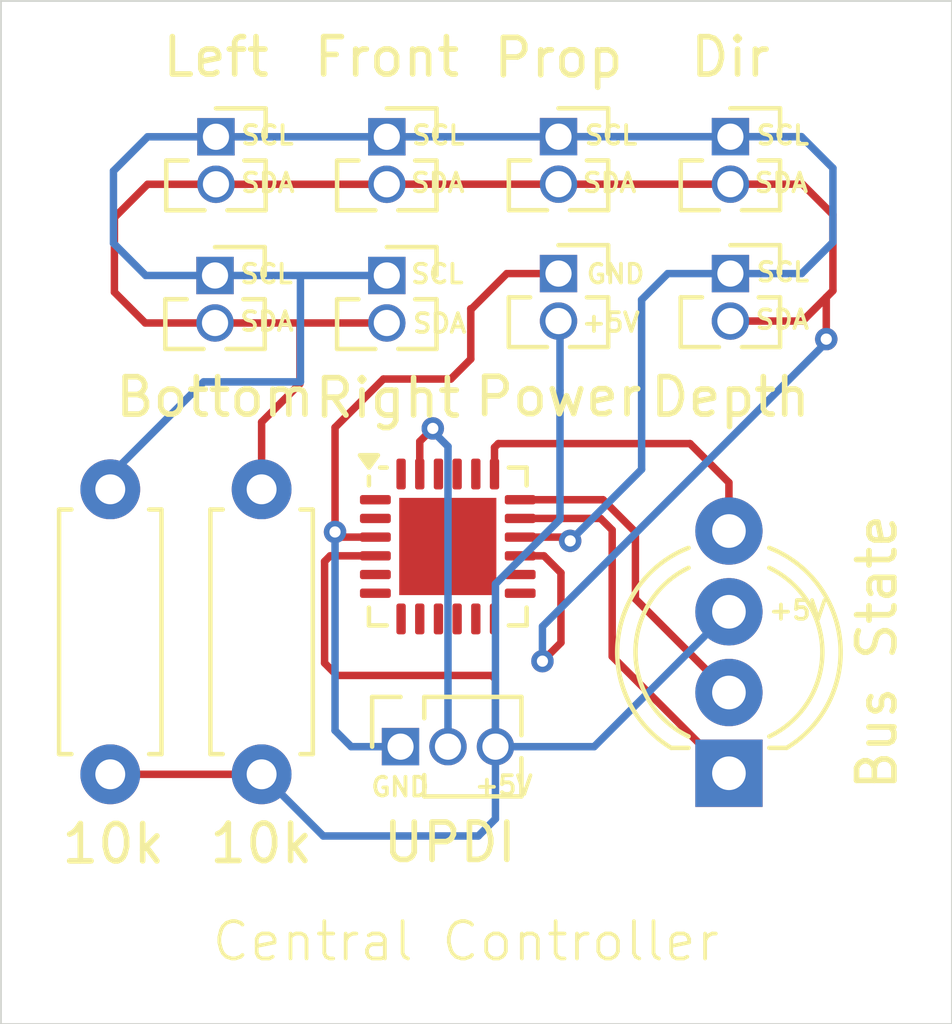
<source format=kicad_pcb>
(kicad_pcb (version 20240108) (generator "pcbnew") (generator_version "8.0")
  (layers (0 "F.Cu" signal) (31 "B.Cu" signal) (34 "B.Paste" user) (35 "F.Paste" user) (36 "B.SilkS" user "B.Silkscreen") (37 "F.SilkS" user "F.Silkscreen") (38 "B.Mask" user) (39 "F.Mask" user) (44 "Edge.Cuts" user))
  (net 0 "")
  (net 1 "Net-(D1-RK)")
  (net 4 "GND")
  (net 6 "Net-(J1-Pin_1)")
  (net 9 "Net-(D1-BK)")
  (net 10 "Net-(D1-GK)")
  (net 15 "+5V")
  (net 16 "Net-(J1-Pin_2)")
  (net 24 "Net-(J8-Pin_2)")
  (footprint "Connector_PinSocket_1.27mm:PinSocket_1x03_P1.27mm_Vertical" (layer "F.Cu") (at 219.2274 104.521 90)
    (property "Reference" "J8" (hide yes))
    (property "Value" "UPDI" (at -2.56 1.32 180) (layer "F.SilkS"))
    (fp_line (start 1.33 -0.76) (end 1.33 0) (stroke (width 0.12)) (layer "F.SilkS"))
    (fp_line (start 0 -0.76) (end 1.33 -0.76) (stroke (width 0.12)) (layer "F.SilkS"))
    (fp_line (start 1.33 0.635) (end 1.33 3.235) (stroke (width 0.12)) (layer "F.SilkS"))
    (fp_line (start 0.76 0.635) (end 1.33 0.635) (stroke (width 0.12)) (layer "F.SilkS"))
    (fp_line (start -1.33 0.635) (end -0.76 0.635) (stroke (width 0.12)) (layer "F.SilkS"))
    (fp_line (start -1.33 0.635) (end -1.33 3.235) (stroke (width 0.12)) (layer "F.SilkS"))
    (fp_line (start 0.30753 3.235) (end 1.33 3.235) (stroke (width 0.12)) (layer "F.SilkS"))
    (fp_line (start -1.33 3.235) (end -0.30753 3.235) (stroke (width 0.12)) (layer "F.SilkS"))
    (pad "1" thru_hole rect (at 0 0 90) (size 1 1) (drill 0.7) (layers "*.Cu" "*.Mask") (net 4 "GND"))
    (pad "2" thru_hole oval (at 0 1.27 90) (size 1 1) (drill 0.7) (layers "*.Cu" "*.Mask") (net 24 "Net-(J8-Pin_2)"))
    (pad "3" thru_hole oval (at 0 2.54 90) (size 1 1) (drill 0.7) (layers "*.Cu" "*.Mask") (net 15 "+5V"))
  )
  (footprint "Package_DFN_QFN:QFN-24-1EP_4x4mm_P0.5mm_EP2.6x2.6mm" (layer "F.Cu") (at 220.492 99.1687)
    (property "Reference" "U1" (hide yes))
    (property "Value" "ATtiny1627" (hide yes))
    (fp_line (start -2.11 -1.635) (end -2.11 -1.87) (stroke (width 0.12)) (layer "F.SilkS"))
    (fp_line (start -2.11 2.11) (end -2.11 1.635) (stroke (width 0.12)) (layer "F.SilkS"))
    (fp_line (start -1.635 -2.11) (end -1.81 -2.11) (stroke (width 0.12)) (layer "F.SilkS"))
    (fp_line (start -1.635 2.11) (end -2.11 2.11) (stroke (width 0.12)) (layer "F.SilkS"))
    (fp_line (start 1.635 -2.11) (end 2.11 -2.11) (stroke (width 0.12)) (layer "F.SilkS"))
    (fp_line (start 1.635 2.11) (end 2.11 2.11) (stroke (width 0.12)) (layer "F.SilkS"))
    (fp_line (start 2.11 -2.11) (end 2.11 -1.635) (stroke (width 0.12)) (layer "F.SilkS"))
    (fp_line (start 2.11 2.11) (end 2.11 1.635) (stroke (width 0.12)) (layer "F.SilkS"))
    (fp_poly (pts (xy -2.11 -2.11) (xy -2.35 -2.44) (xy -1.87 -2.44) (xy -2.11 -2.11)) (stroke (width 0.12)) (fill solid) (layer "F.SilkS"))
    (pad "1" smd roundrect (at -1.9375 -1.25) (size 0.825 0.25) (layers "F.Cu" "F.Paste" "F.Mask"))
    (pad "2" smd roundrect (at -1.9375 -0.75) (size 0.825 0.25) (layers "F.Cu" "F.Paste" "F.Mask"))
    (pad "3" smd roundrect (at -1.9375 -0.25) (size 0.825 0.25) (layers "F.Cu" "F.Paste" "F.Mask") (net 4 "GND"))
    (pad "4" smd roundrect (at -1.9375 0.25) (size 0.825 0.25) (layers "F.Cu" "F.Paste" "F.Mask") (net 15 "+5V"))
    (pad "5" smd roundrect (at -1.9375 0.75) (size 0.825 0.25) (layers "F.Cu" "F.Paste" "F.Mask"))
    (pad "6" smd roundrect (at -1.9375 1.25) (size 0.825 0.25) (layers "F.Cu" "F.Paste" "F.Mask"))
    (pad "7" smd roundrect (at -1.25 1.9375) (size 0.25 0.825) (layers "F.Cu" "F.Paste" "F.Mask"))
    (pad "8" smd roundrect (at -0.75 1.9375) (size 0.25 0.825) (layers "F.Cu" "F.Paste" "F.Mask"))
    (pad "9" smd roundrect (at -0.25 1.9375) (size 0.25 0.825) (layers "F.Cu" "F.Paste" "F.Mask"))
    (pad "10" smd roundrect (at 0.25 1.9375) (size 0.25 0.825) (layers "F.Cu" "F.Paste" "F.Mask"))
    (pad "11" smd roundrect (at 0.75 1.9375) (size 0.25 0.825) (layers "F.Cu" "F.Paste" "F.Mask"))
    (pad "12" smd roundrect (at 1.25 1.9375) (size 0.25 0.825) (layers "F.Cu" "F.Paste" "F.Mask"))
    (pad "13" smd roundrect (at 1.9375 1.25) (size 0.825 0.25) (layers "F.Cu" "F.Paste" "F.Mask"))
    (pad "14" smd roundrect (at 1.9375 0.75) (size 0.825 0.25) (layers "F.Cu" "F.Paste" "F.Mask"))
    (pad "15" smd roundrect (at 1.9375 0.25) (size 0.825 0.25) (layers "F.Cu" "F.Paste" "F.Mask") (net 16 "Net-(J1-Pin_2)"))
    (pad "16" smd roundrect (at 1.9375 -0.25) (size 0.825 0.25) (layers "F.Cu" "F.Paste" "F.Mask") (net 6 "Net-(J1-Pin_1)"))
    (pad "17" smd roundrect (at 1.9375 -0.75) (size 0.825 0.25) (layers "F.Cu" "F.Paste" "F.Mask") (net 9 "Net-(D1-BK)"))
    (pad "18" smd roundrect (at 1.9375 -1.25) (size 0.825 0.25) (layers "F.Cu" "F.Paste" "F.Mask") (net 10 "Net-(D1-GK)"))
    (pad "19" smd roundrect (at 1.25 -1.9375) (size 0.25 0.825) (layers "F.Cu" "F.Paste" "F.Mask") (net 1 "Net-(D1-RK)"))
    (pad "20" smd roundrect (at 0.75 -1.9375) (size 0.25 0.825) (layers "F.Cu" "F.Paste" "F.Mask"))
    (pad "21" smd roundrect (at 0.25 -1.9375) (size 0.25 0.825) (layers "F.Cu" "F.Paste" "F.Mask"))
    (pad "22" smd roundrect (at -0.25 -1.9375) (size 0.25 0.825) (layers "F.Cu" "F.Paste" "F.Mask"))
    (pad "23" smd roundrect (at -0.75 -1.9375) (size 0.25 0.825) (layers "F.Cu" "F.Paste" "F.Mask") (net 24 "Net-(J8-Pin_2)"))
    (pad "24" smd roundrect (at -1.25 -1.9375) (size 0.25 0.825) (layers "F.Cu" "F.Paste" "F.Mask"))
    (pad "25" smd rect (at 0 0) (size 2.6 2.6) (property pad_prop_heatsink) (layers "F.Cu" "F.Mask"))
  )
  (footprint "LED_THT:LED_D5.0mm-4_RGB_Wide_Pins" (layer "F.Cu") (at 228.0158 105.2322 90)
    (property "Reference" "D1" (hide yes))
    (property "Value" "Bus State" (at 3.2385 3.96 270) (layer "F.SilkS"))
    (fp_line (start 0.6785 -1.545) (end 0.6785 -1.08) (stroke (width 0.12)) (layer "F.SilkS"))
    (fp_line (start 0.6785 1.08) (end 0.6785 1.545) (stroke (width 0.12)) (layer "F.SilkS"))
    (fp_arc (start 0.6785 -1.54483) (mid 3.496956 -2.978809) (end 6.026315 -1.080827) (stroke (width 0.12)) (layer "F.SilkS"))
    (fp_arc (start 0.983816 -1.08) (mid 3.238262 -2.5) (end 5.492979 -1.080429) (stroke (width 0.12)) (layer "F.SilkS"))
    (fp_arc (start 5.492979 1.080429) (mid 3.238262 2.5) (end 0.983816 1.08) (stroke (width 0.12)) (layer "F.SilkS"))
    (fp_arc (start 6.026315 1.080827) (mid 3.496956 2.978808) (end 0.6785 1.54483) (stroke (width 0.12)) (layer "F.SilkS"))
    (pad "1" thru_hole rect (at 0 0 90) (size 1.8 1.8) (drill 0.9) (layers "*.Cu" "*.Mask") (net 9 "Net-(D1-BK)"))
    (pad "2" thru_hole circle (at 2.159 0 90) (size 1.8 1.8) (drill 0.9) (layers "*.Cu" "*.Mask") (net 10 "Net-(D1-GK)"))
    (pad "3" thru_hole circle (at 4.318 0 90) (size 1.8 1.8) (drill 0.9) (layers "*.Cu" "*.Mask") (net 15 "+5V"))
    (pad "4" thru_hole circle (at 6.477 0 90) (size 1.8 1.8) (drill 0.9) (layers "*.Cu" "*.Mask") (net 1 "Net-(D1-RK)"))
  )
  (footprint "Connector_PinSocket_1.27mm:PinSocket_1x02_P1.27mm_Vertical" (layer "F.Cu") (at 218.8604 88.2142)
    (property "Reference" "J1" (hide yes))
    (property "Value" "Front" (at 0 -2.1336 0) (layer "F.SilkS"))
    (fp_line (start -1.33 0.635) (end -1.33 1.965) (stroke (width 0.12)) (layer "F.SilkS"))
    (fp_line (start -1.33 0.635) (end -0.76 0.635) (stroke (width 0.12)) (layer "F.SilkS"))
    (fp_line (start -1.33 1.965) (end -0.30753 1.965) (stroke (width 0.12)) (layer "F.SilkS"))
    (fp_line (start 0 -0.76) (end 1.33 -0.76) (stroke (width 0.12)) (layer "F.SilkS"))
    (fp_line (start 0.30753 1.965) (end 1.33 1.965) (stroke (width 0.12)) (layer "F.SilkS"))
    (fp_line (start 0.76 0.635) (end 1.33 0.635) (stroke (width 0.12)) (layer "F.SilkS"))
    (fp_line (start 1.33 -0.76) (end 1.33 0) (stroke (width 0.12)) (layer "F.SilkS"))
    (fp_line (start 1.33 0.635) (end 1.33 1.965) (stroke (width 0.12)) (layer "F.SilkS"))
    (pad "1" thru_hole rect (at 0 0) (size 1 1) (drill 0.7) (layers "*.Cu" "*.Mask") (net 6 "Net-(J1-Pin_1)"))
    (pad "2" thru_hole oval (at 0 1.27) (size 1 1) (drill 0.7) (layers "*.Cu" "*.Mask") (net 16 "Net-(J1-Pin_2)"))
  )
  (footprint "Connector_PinSocket_1.27mm:PinSocket_1x02_P1.27mm_Vertical" (layer "F.Cu") (at 218.8604 91.9226)
    (property "Reference" "J3" (hide yes))
    (property "Value" "Right" (at 0.0254 3.2766 0) (layer "F.SilkS"))
    (fp_line (start -1.33 0.635) (end -1.33 1.965) (stroke (width 0.12)) (layer "F.SilkS"))
    (fp_line (start -1.33 0.635) (end -0.76 0.635) (stroke (width 0.12)) (layer "F.SilkS"))
    (fp_line (start -1.33 1.965) (end -0.30753 1.965) (stroke (width 0.12)) (layer "F.SilkS"))
    (fp_line (start 0 -0.76) (end 1.33 -0.76) (stroke (width 0.12)) (layer "F.SilkS"))
    (fp_line (start 0.30753 1.965) (end 1.33 1.965) (stroke (width 0.12)) (layer "F.SilkS"))
    (fp_line (start 0.76 0.635) (end 1.33 0.635) (stroke (width 0.12)) (layer "F.SilkS"))
    (fp_line (start 1.33 -0.76) (end 1.33 0) (stroke (width 0.12)) (layer "F.SilkS"))
    (fp_line (start 1.33 0.635) (end 1.33 1.965) (stroke (width 0.12)) (layer "F.SilkS"))
    (pad "1" thru_hole rect (at 0 0) (size 1 1) (drill 0.7) (layers "*.Cu" "*.Mask") (net 6 "Net-(J1-Pin_1)"))
    (pad "2" thru_hole oval (at 0 1.27) (size 1 1) (drill 0.7) (layers "*.Cu" "*.Mask") (net 16 "Net-(J1-Pin_2)"))
  )
  (footprint "Connector_PinSocket_1.27mm:PinSocket_1x02_P1.27mm_Vertical" (layer "F.Cu") (at 223.4552 91.8718)
    (property "Reference" "J5" (hide yes))
    (property "Value" "Power" (at 0 3.29 0) (layer "F.SilkS"))
    (fp_line (start -1.33 0.635) (end -1.33 1.965) (stroke (width 0.12)) (layer "F.SilkS"))
    (fp_line (start -1.33 0.635) (end -0.76 0.635) (stroke (width 0.12)) (layer "F.SilkS"))
    (fp_line (start -1.33 1.965) (end -0.30753 1.965) (stroke (width 0.12)) (layer "F.SilkS"))
    (fp_line (start 0 -0.76) (end 1.33 -0.76) (stroke (width 0.12)) (layer "F.SilkS"))
    (fp_line (start 0.30753 1.965) (end 1.33 1.965) (stroke (width 0.12)) (layer "F.SilkS"))
    (fp_line (start 0.76 0.635) (end 1.33 0.635) (stroke (width 0.12)) (layer "F.SilkS"))
    (fp_line (start 1.33 -0.76) (end 1.33 0) (stroke (width 0.12)) (layer "F.SilkS"))
    (fp_line (start 1.33 0.635) (end 1.33 1.965) (stroke (width 0.12)) (layer "F.SilkS"))
    (pad "1" thru_hole rect (at 0 0) (size 1 1) (drill 0.7) (layers "*.Cu" "*.Mask") (net 4 "GND"))
    (pad "2" thru_hole oval (at 0 1.27) (size 1 1) (drill 0.7) (layers "*.Cu" "*.Mask") (net 15 "+5V"))
  )
  (footprint "Connector_PinSocket_1.27mm:PinSocket_1x02_P1.27mm_Vertical" (layer "F.Cu") (at 223.4552 88.2118)
    (property "Reference" "J5" (hide yes))
    (property "Value" "Prop" (at 0 -2.11 0) (layer "F.SilkS"))
    (fp_line (start -1.33 0.635) (end -1.33 1.965) (stroke (width 0.12)) (layer "F.SilkS"))
    (fp_line (start -1.33 0.635) (end -0.76 0.635) (stroke (width 0.12)) (layer "F.SilkS"))
    (fp_line (start -1.33 1.965) (end -0.30753 1.965) (stroke (width 0.12)) (layer "F.SilkS"))
    (fp_line (start 0 -0.76) (end 1.33 -0.76) (stroke (width 0.12)) (layer "F.SilkS"))
    (fp_line (start 0.30753 1.965) (end 1.33 1.965) (stroke (width 0.12)) (layer "F.SilkS"))
    (fp_line (start 0.76 0.635) (end 1.33 0.635) (stroke (width 0.12)) (layer "F.SilkS"))
    (fp_line (start 1.33 -0.76) (end 1.33 0) (stroke (width 0.12)) (layer "F.SilkS"))
    (fp_line (start 1.33 0.635) (end 1.33 1.965) (stroke (width 0.12)) (layer "F.SilkS"))
    (pad "1" thru_hole rect (at 0 0) (size 1 1) (drill 0.7) (layers "*.Cu" "*.Mask") (net 6 "Net-(J1-Pin_1)"))
    (pad "2" thru_hole oval (at 0 1.27) (size 1 1) (drill 0.7) (layers "*.Cu" "*.Mask") (net 16 "Net-(J1-Pin_2)"))
  )
  (footprint "Connector_PinSocket_1.27mm:PinSocket_1x02_P1.27mm_Vertical" (layer "F.Cu") (at 228.0552 91.8718)
    (property "Reference" "J7" (hide yes))
    (property "Value" "Depth" (at 0 3.3 0) (layer "F.SilkS"))
    (fp_line (start -1.33 0.635) (end -1.33 1.965) (stroke (width 0.12)) (layer "F.SilkS"))
    (fp_line (start -1.33 0.635) (end -0.76 0.635) (stroke (width 0.12)) (layer "F.SilkS"))
    (fp_line (start -1.33 1.965) (end -0.30753 1.965) (stroke (width 0.12)) (layer "F.SilkS"))
    (fp_line (start 0 -0.76) (end 1.33 -0.76) (stroke (width 0.12)) (layer "F.SilkS"))
    (fp_line (start 0.30753 1.965) (end 1.33 1.965) (stroke (width 0.12)) (layer "F.SilkS"))
    (fp_line (start 0.76 0.635) (end 1.33 0.635) (stroke (width 0.12)) (layer "F.SilkS"))
    (fp_line (start 1.33 -0.76) (end 1.33 0) (stroke (width 0.12)) (layer "F.SilkS"))
    (fp_line (start 1.33 0.635) (end 1.33 1.965) (stroke (width 0.12)) (layer "F.SilkS"))
    (pad "1" thru_hole rect (at 0 0) (size 1 1) (drill 0.7) (layers "*.Cu" "*.Mask") (net 6 "Net-(J1-Pin_1)"))
    (pad "2" thru_hole oval (at 0 1.27) (size 1 1) (drill 0.7) (layers "*.Cu" "*.Mask") (net 16 "Net-(J1-Pin_2)"))
  )
  (footprint "Resistor_THT:R_Axial_DIN0207_L6.3mm_D2.5mm_P7.62mm_Horizontal" (layer "F.Cu") (at 215.51 97.64 -90)
    (property "Reference" "R2" (hide yes))
    (property "Value" "10k" (at 9.47 0.01 0) (layer "F.SilkS"))
    (fp_line (start 0.54 1.37) (end 7.08 1.37) (stroke (width 0.12)) (layer "F.SilkS"))
    (fp_line (start 7.08 1.37) (end 7.08 1.04) (stroke (width 0.12)) (layer "F.SilkS"))
    (fp_line (start 0.54 1.04) (end 0.54 1.37) (stroke (width 0.12)) (layer "F.SilkS"))
    (fp_line (start 0.54 -1.04) (end 0.54 -1.37) (stroke (width 0.12)) (layer "F.SilkS"))
    (fp_line (start 0.54 -1.37) (end 7.08 -1.37) (stroke (width 0.12)) (layer "F.SilkS"))
    (fp_line (start 7.08 -1.37) (end 7.08 -1.04) (stroke (width 0.12)) (layer "F.SilkS"))
    (pad "1" thru_hole circle (at 0 0 270) (size 1.6 1.6) (drill 0.8) (layers "*.Cu" "*.Mask") (net 16 "Net-(J1-Pin_2)"))
    (pad "2" thru_hole oval (at 7.62 0 270) (size 1.6 1.6) (drill 0.8) (layers "*.Cu" "*.Mask") (net 15 "+5V"))
  )
  (footprint "Connector_PinSocket_1.27mm:PinSocket_1x02_P1.27mm_Vertical" (layer "F.Cu") (at 214.263 91.9226)
    (property "Reference" "J4" (hide yes))
    (property "Value" "Bottom" (at 0 3.2512 0) (layer "F.SilkS"))
    (fp_line (start -1.33 0.635) (end -1.33 1.965) (stroke (width 0.12)) (layer "F.SilkS"))
    (fp_line (start -1.33 0.635) (end -0.76 0.635) (stroke (width 0.12)) (layer "F.SilkS"))
    (fp_line (start -1.33 1.965) (end -0.30753 1.965) (stroke (width 0.12)) (layer "F.SilkS"))
    (fp_line (start 0 -0.76) (end 1.33 -0.76) (stroke (width 0.12)) (layer "F.SilkS"))
    (fp_line (start 0.30753 1.965) (end 1.33 1.965) (stroke (width 0.12)) (layer "F.SilkS"))
    (fp_line (start 0.76 0.635) (end 1.33 0.635) (stroke (width 0.12)) (layer "F.SilkS"))
    (fp_line (start 1.33 -0.76) (end 1.33 0) (stroke (width 0.12)) (layer "F.SilkS"))
    (fp_line (start 1.33 0.635) (end 1.33 1.965) (stroke (width 0.12)) (layer "F.SilkS"))
    (pad "1" thru_hole rect (at 0 0) (size 1 1) (drill 0.7) (layers "*.Cu" "*.Mask") (net 6 "Net-(J1-Pin_1)"))
    (pad "2" thru_hole oval (at 0 1.27) (size 1 1) (drill 0.7) (layers "*.Cu" "*.Mask") (net 16 "Net-(J1-Pin_2)"))
  )
  (footprint "Connector_PinSocket_1.27mm:PinSocket_1x02_P1.27mm_Vertical" (layer "F.Cu") (at 214.2884 88.2142)
    (property "Reference" "J2" (hide yes))
    (property "Value" "Left" (at 0 -2.1336 0) (layer "F.SilkS"))
    (fp_line (start -1.33 0.635) (end -1.33 1.965) (stroke (width 0.12)) (layer "F.SilkS"))
    (fp_line (start -1.33 0.635) (end -0.76 0.635) (stroke (width 0.12)) (layer "F.SilkS"))
    (fp_line (start -1.33 1.965) (end -0.30753 1.965) (stroke (width 0.12)) (layer "F.SilkS"))
    (fp_line (start 0 -0.76) (end 1.33 -0.76) (stroke (width 0.12)) (layer "F.SilkS"))
    (fp_line (start 0.30753 1.965) (end 1.33 1.965) (stroke (width 0.12)) (layer "F.SilkS"))
    (fp_line (start 0.76 0.635) (end 1.33 0.635) (stroke (width 0.12)) (layer "F.SilkS"))
    (fp_line (start 1.33 -0.76) (end 1.33 0) (stroke (width 0.12)) (layer "F.SilkS"))
    (fp_line (start 1.33 0.635) (end 1.33 1.965) (stroke (width 0.12)) (layer "F.SilkS"))
    (pad "1" thru_hole rect (at 0 0) (size 1 1) (drill 0.7) (layers "*.Cu" "*.Mask") (net 6 "Net-(J1-Pin_1)"))
    (pad "2" thru_hole oval (at 0 1.27) (size 1 1) (drill 0.7) (layers "*.Cu" "*.Mask") (net 16 "Net-(J1-Pin_2)"))
  )
  (footprint "Connector_PinSocket_1.27mm:PinSocket_1x02_P1.27mm_Vertical" (layer "F.Cu") (at 228.0552 88.2118)
    (property "Reference" "J6" (hide yes))
    (property "Value" "Dir" (at 0 -2.13 0) (layer "F.SilkS"))
    (fp_line (start -1.33 0.635) (end -1.33 1.965) (stroke (width 0.12)) (layer "F.SilkS"))
    (fp_line (start -1.33 0.635) (end -0.76 0.635) (stroke (width 0.12)) (layer "F.SilkS"))
    (fp_line (start -1.33 1.965) (end -0.30753 1.965) (stroke (width 0.12)) (layer "F.SilkS"))
    (fp_line (start 0 -0.76) (end 1.33 -0.76) (stroke (width 0.12)) (layer "F.SilkS"))
    (fp_line (start 0.30753 1.965) (end 1.33 1.965) (stroke (width 0.12)) (layer "F.SilkS"))
    (fp_line (start 0.76 0.635) (end 1.33 0.635) (stroke (width 0.12)) (layer "F.SilkS"))
    (fp_line (start 1.33 -0.76) (end 1.33 0) (stroke (width 0.12)) (layer "F.SilkS"))
    (fp_line (start 1.33 0.635) (end 1.33 1.965) (stroke (width 0.12)) (layer "F.SilkS"))
    (pad "1" thru_hole rect (at 0 0) (size 1 1) (drill 0.7) (layers "*.Cu" "*.Mask") (net 6 "Net-(J1-Pin_1)"))
    (pad "2" thru_hole oval (at 0 1.27) (size 1 1) (drill 0.7) (layers "*.Cu" "*.Mask") (net 16 "Net-(J1-Pin_2)"))
  )
  (footprint "Resistor_THT:R_Axial_DIN0207_L6.3mm_D2.5mm_P7.62mm_Horizontal" (layer "F.Cu") (at 211.46 97.64 -90)
    (property "Reference" "R1" (hide yes))
    (property "Value" "10k" (at 9.48 -0.08 0) (layer "F.SilkS"))
    (fp_line (start 0.54 1.37) (end 7.08 1.37) (stroke (width 0.12)) (layer "F.SilkS"))
    (fp_line (start 7.08 1.37) (end 7.08 1.04) (stroke (width 0.12)) (layer "F.SilkS"))
    (fp_line (start 0.54 1.04) (end 0.54 1.37) (stroke (width 0.12)) (layer "F.SilkS"))
    (fp_line (start 0.54 -1.04) (end 0.54 -1.37) (stroke (width 0.12)) (layer "F.SilkS"))
    (fp_line (start 0.54 -1.37) (end 7.08 -1.37) (stroke (width 0.12)) (layer "F.SilkS"))
    (fp_line (start 7.08 -1.37) (end 7.08 -1.04) (stroke (width 0.12)) (layer "F.SilkS"))
    (pad "1" thru_hole circle (at 0 0 270) (size 1.6 1.6) (drill 0.8) (layers "*.Cu" "*.Mask") (net 6 "Net-(J1-Pin_1)"))
    (pad "2" thru_hole oval (at 7.62 0 270) (size 1.6 1.6) (drill 0.8) (layers "*.Cu" "*.Mask") (net 15 "+5V"))
  )
  (gr_rect (start 208.534 84.582) (end 233.9848 111.9378) (stroke (width 0.05)) (fill none) (layer "Edge.Cuts"))
  (gr_text "+5V" (at 221.1624 105.851 0) (layer "F.SilkS") (effects (font (size 0.5 0.5) (thickness 0.1)) (justify left bottom)))
  (gr_text "SCL" (at 214.9094 88.4682 0) (layer "F.SilkS") (effects (font (size 0.5 0.5) (thickness 0.1)) (justify left bottom)))
  (gr_text "SDA" (at 228.6762 93.3958 0) (layer "F.SilkS") (effects (font (size 0.5 0.5) (thickness 0.1)) (justify left bottom)))
  (gr_text "SDA" (at 214.884 93.4466 0) (layer "F.SilkS") (effects (font (size 0.5 0.5) (thickness 0.1)) (justify left bottom)))
  (gr_text "SDA" (at 224.0534 89.7382 0) (layer "F.SilkS") (effects (font (size 0.5 0.5) (thickness 0.1)) (justify left bottom)))
  (gr_text "GND" (at 224.155 92.1766 0) (layer "F.SilkS") (effects (font (size 0.5 0.5) (thickness 0.1)) (justify left bottom)))
  (gr_text "SDA" (at 219.456 89.7382 0) (layer "F.SilkS") (effects (font (size 0.5 0.5) (thickness 0.1)) (justify left bottom)))
  (gr_text "SCL" (at 219.4814 88.4682 0) (layer "F.SilkS") (effects (font (size 0.5 0.5) (thickness 0.1)) (justify left bottom)))
  (gr_text "SDA" (at 214.9094 89.7382 0) (layer "F.SilkS") (effects (font (size 0.5 0.5) (thickness 0.1)) (justify left bottom)))
  (gr_text "SCL" (at 214.884 92.1766 0) (layer "F.SilkS") (effects (font (size 0.5 0.5) (thickness 0.1)) (justify left bottom)))
  (gr_text "SCL" (at 228.7016 92.1258 0) (layer "F.SilkS") (effects (font (size 0.5 0.5) (thickness 0.1)) (justify left bottom)))
  (gr_text "SDA" (at 228.6508 89.7382 0) (layer "F.SilkS") (effects (font (size 0.5 0.5) (thickness 0.1)) (justify left bottom)))
  (gr_text "SCL" (at 228.7016 88.4682 0) (layer "F.SilkS") (effects (font (size 0.5 0.5) (thickness 0.1)) (justify left bottom)))
  (gr_text "Central Controller" (at 214.122 110.3122 0) (layer "F.SilkS") (effects (font (size 1 1) (thickness 0.1)) (justify left bottom)))
  (gr_text "+5V" (at 229.0318 101.1682 0) (layer "F.SilkS") (effects (font (size 0.5 0.5) (thickness 0.1)) (justify left bottom)))
  (gr_text "+5V" (at 224.028 93.472 0) (layer "F.SilkS") (effects (font (size 0.5 0.5) (thickness 0.1)) (justify left bottom)))
  (gr_text "SCL" (at 219.456 92.1766 0) (layer "F.SilkS") (effects (font (size 0.5 0.5) (thickness 0.1)) (justify left bottom)))
  (gr_text "SDA" (at 219.5068 93.4974 0) (layer "F.SilkS") (effects (font (size 0.5 0.5) (thickness 0.1)) (justify left bottom)))
  (gr_text "GND" (at 218.3892 105.8926 0) (layer "F.SilkS") (effects (font (size 0.5 0.5) (thickness 0.1)) (justify left bottom)))
  (gr_text "SCL" (at 224.1042 88.4682 0) (layer "F.SilkS") (effects (font (size 0.5 0.5) (thickness 0.1)) (justify left bottom)))
  (segment (start 221.742 96.52) (end 221.742 97.2312) (width 0.2) (layer "F.Cu") (net 1))
  (segment (start 226.9744 96.4184) (end 221.8436 96.4184) (width 0.2) (layer "F.Cu") (net 1))
  (segment (start 228.0158 98.7552) (end 228.0158 97.4598) (width 0.2) (layer "F.Cu") (net 1))
  (segment (start 221.8436 96.4184) (end 221.742 96.52) (width 0.2) (layer "F.Cu") (net 1))
  (segment (start 228.0158 97.4598) (end 226.9744 96.4184) (width 0.2) (layer "F.Cu") (net 1))
  (segment (start 217.4748 98.7806) (end 217.4748 95.9866) (width 0.2) (layer "F.Cu") (net 4))
  (segment (start 217.6129 98.9187) (end 218.5545 98.9187) (width 0.2) (layer "F.Cu") (net 4))
  (segment (start 221.107 92.8116) (end 221.1324 92.8116) (width 0.2) (layer "F.Cu") (net 4))
  (segment (start 217.4748 95.9866) (end 218.7702 94.6912) (width 0.2) (layer "F.Cu") (net 4))
  (segment (start 218.7702 94.6912) (end 220.5736 94.6912) (width 0.2) (layer "F.Cu") (net 4))
  (segment (start 222.0722 91.8718) (end 223.4552 91.8718) (width 0.2) (layer "F.Cu") (net 4))
  (segment (start 221.1324 92.8116) (end 222.0722 91.8718) (width 0.2) (layer "F.Cu") (net 4))
  (segment (start 217.4748 98.7806) (end 217.6129 98.9187) (width 0.2) (layer "F.Cu") (net 4))
  (segment (start 220.5736 94.6912) (end 221.107 94.1578) (width 0.2) (layer "F.Cu") (net 4))
  (segment (start 221.107 94.1578) (end 221.107 92.8116) (width 0.2) (layer "F.Cu") (net 4))
  (via (at 217.4748 98.7806) (size 0.6) (drill 0.3) (layers "F.Cu" "B.Cu") (net 4))
  (segment (start 217.4748 104.0892) (end 217.4748 98.7806) (width 0.2) (layer "B.Cu") (net 4))
  (segment (start 217.9066 104.521) (end 217.4748 104.0892) (width 0.2) (layer "B.Cu") (net 4))
  (segment (start 219.2274 104.521) (end 217.9066 104.521) (width 0.2) (layer "B.Cu") (net 4))
  (segment (start 223.767307 99.0187) (end 223.667307 98.9187) (width 0.2) (layer "F.Cu") (net 6))
  (segment (start 223.667307 98.9187) (end 222.4295 98.9187) (width 0.2) (layer "F.Cu") (net 6))
  (via (at 223.767307 99.0187) (size 0.6) (drill 0.3) (layers "F.Cu" "B.Cu") (net 6))
  (segment (start 223.4552 88.2118) (end 223.2824 88.2118) (width 0.2) (layer "B.Cu") (net 6))
  (segment (start 230.7984 91.0336) (end 230.7984 89.0524) (width 0.2) (layer "B.Cu") (net 6))
  (segment (start 218.8604 88.2142) (end 214.2884 88.2142) (width 0.2) (layer "B.Cu") (net 6))
  (segment (start 230.7984 89.0524) (end 229.9578 88.2118) (width 0.2) (layer "B.Cu") (net 6))
  (segment (start 212.4596 88.2142) (end 211.5452 89.1286) (width 0.2) (layer "B.Cu") (net 6))
  (segment (start 229.9602 91.8718) (end 228.0552 91.8718) (width 0.2) (layer "B.Cu") (net 6))
  (segment (start 214.2884 88.2142) (end 212.4596 88.2142) (width 0.2) (layer "B.Cu") (net 6))
  (segment (start 213.9582 94.7674) (end 216.549 94.7674) (width 0.2) (layer "B.Cu") (net 6))
  (segment (start 211.46 97.2656) (end 213.9582 94.7674) (width 0.2) (layer "B.Cu") (net 6))
  (segment (start 216.549 91.9226) (end 218.8604 91.9226) (width 0.2) (layer "B.Cu") (net 6))
  (segment (start 216.549 94.7674) (end 216.549 91.9226) (width 0.2) (layer "B.Cu") (net 6))
  (segment (start 211.46 97.64) (end 211.46 97.2656) (width 0.2) (layer "B.Cu") (net 6))
  (segment (start 228.0552 88.2118) (end 223.4552 88.2118) (width 0.2) (layer "B.Cu") (net 6))
  (segment (start 229.9602 91.8718) (end 230.7984 91.0336) (width 0.2) (layer "B.Cu") (net 6))
  (segment (start 225.679 97.107007) (end 225.679 92.5716) (width 0.2) (layer "B.Cu") (net 6))
  (segment (start 226.3788 91.8718) (end 228.0552 91.8718) (width 0.2) (layer "B.Cu") (net 6))
  (segment (start 223.28 88.2142) (end 218.8604 88.2142) (width 0.2) (layer "B.Cu") (net 6))
  (segment (start 211.5452 89.1286) (end 211.5452 91.059) (width 0.2) (layer "B.Cu") (net 6))
  (segment (start 225.679 92.5716) (end 226.3788 91.8718) (width 0.2) (layer "B.Cu") (net 6))
  (segment (start 223.767307 99.0187) (end 225.679 97.107007) (width 0.2) (layer "B.Cu") (net 6))
  (segment (start 211.5452 91.059) (end 212.4088 91.9226) (width 0.2) (layer "B.Cu") (net 6))
  (segment (start 229.9578 88.2118) (end 228.0552 88.2118) (width 0.2) (layer "B.Cu") (net 6))
  (segment (start 214.263 91.9226) (end 216.549 91.9226) (width 0.2) (layer "B.Cu") (net 6))
  (segment (start 223.2824 88.2118) (end 223.28 88.2142) (width 0.2) (layer "B.Cu") (net 6))
  (segment (start 212.4088 91.9226) (end 214.263 91.9226) (width 0.2) (layer "B.Cu") (net 6))
  (segment (start 224.8916 98.729172) (end 224.581128 98.4187) (width 0.2) (layer "F.Cu") (net 9))
  (segment (start 228.0158 105.2322) (end 224.8916 102.108) (width 0.2) (layer "F.Cu") (net 9))
  (segment (start 224.581128 98.4187) (end 222.4295 98.4187) (width 0.2) (layer "F.Cu") (net 9))
  (segment (start 224.8916 102.108) (end 224.8916 98.729172) (width 0.2) (layer "F.Cu") (net 9))
  (segment (start 225.513314 98.7852) (end 224.646814 97.9187) (width 0.2) (layer "F.Cu") (net 10))
  (segment (start 224.646814 97.9187) (end 222.4295 97.9187) (width 0.2) (layer "F.Cu") (net 10))
  (segment (start 228.0158 103.0732) (end 225.513314 100.570714) (width 0.2) (layer "F.Cu") (net 10))
  (segment (start 225.513314 100.570714) (end 225.513314 98.7852) (width 0.2) (layer "F.Cu") (net 10))
  (segment (start 221.6658 102.616) (end 217.5256 102.616) (width 0.2) (layer "F.Cu") (net 15))
  (segment (start 217.5256 102.616) (end 217.1954 102.2858) (width 0.2) (layer "F.Cu") (net 15))
  (segment (start 221.7674 104.521) (end 221.7674 102.7176) (width 0.2) (layer "F.Cu") (net 15))
  (segment (start 217.3447 99.4187) (end 218.5545 99.4187) (width 0.2) (layer "F.Cu") (net 15))
  (segment (start 221.7674 102.7176) (end 221.6658 102.616) (width 0.2) (layer "F.Cu") (net 15))
  (segment (start 211.46 105.26) (end 215.51 105.26) (width 0.2) (layer "F.Cu") (net 15))
  (segment (start 217.1954 99.568) (end 217.3447 99.4187) (width 0.2) (layer "F.Cu") (net 15))
  (segment (start 217.1954 102.2858) (end 217.1954 99.568) (width 0.2) (layer "F.Cu") (net 15))
  (segment (start 217.1586 106.9086) (end 221.3102 106.9086) (width 0.2) (layer "B.Cu") (net 15))
  (segment (start 221.7674 106.4514) (end 221.7674 104.521) (width 0.2) (layer "B.Cu") (net 15))
  (segment (start 224.409 104.521) (end 228.0158 100.9142) (width 0.2) (layer "B.Cu") (net 15))
  (segment (start 215.51 105.26) (end 217.1586 106.9086) (width 0.2) (layer "B.Cu") (net 15))
  (segment (start 221.7674 104.521) (end 224.409 104.521) (width 0.2) (layer "B.Cu") (net 15))
  (segment (start 223.4946 94.996) (end 223.4946 93.1812) (width 0.2) (layer "B.Cu") (net 15))
  (segment (start 223.4946 94.996) (end 223.4946 98.442878) (width 0.2) (layer "B.Cu") (net 15))
  (segment (start 221.7674 100.170078) (end 221.7674 104.521) (width 0.2) (layer "B.Cu") (net 15))
  (segment (start 221.3102 106.9086) (end 221.7674 106.4514) (width 0.2) (layer "B.Cu") (net 15))
  (segment (start 223.4946 98.442878) (end 221.7674 100.170078) (width 0.2) (layer "B.Cu") (net 15))
  (segment (start 223.4946 93.1812) (end 223.4552 93.1418) (width 0.2) (layer "B.Cu") (net 15))
  (segment (start 223.0659 99.4187) (end 223.52 99.8728) (width 0.2) (layer "F.Cu") (net 16))
  (segment (start 228.0552 89.4818) (end 223.4552 89.4818) (width 0.2) (layer "F.Cu") (net 16))
  (segment (start 230.7984 90.297) (end 229.9832 89.4818) (width 0.2) (layer "F.Cu") (net 16))
  (segment (start 230.6206 93.6244) (end 230.6206 92.5068) (width 0.2) (layer "F.Cu") (net 16))
  (segment (start 223.52 101.7402) (end 223.0252 102.235) (width 0.2) (layer "F.Cu") (net 16))
  (segment (start 223.52 99.8728) (end 223.52 101.7402) (width 0.2) (layer "F.Cu") (net 16))
  (segment (start 230.7857 92.3417) (end 230.6206 92.5068) (width 0.2) (layer "F.Cu") (net 16))
  (segment (start 230.7984 92.329) (end 230.7984 90.297) (width 0.2) (layer "F.Cu") (net 16))
  (segment (start 218.8604 89.4842) (end 214.2884 89.4842) (width 0.2) (layer "F.Cu") (net 16))
  (segment (start 211.5706 92.3671) (end 212.3961 93.1926) (width 0.2) (layer "F.Cu") (net 16))
  (segment (start 230.6206 92.5068) (end 229.9856 93.1418) (width 0.2) (layer "F.Cu") (net 16))
  (segment (start 212.3961 93.1926) (end 214.263 93.1926) (width 0.2) (layer "F.Cu") (net 16))
  (segment (start 215.51 95.8432) (end 216.535 94.8182) (width 0.2) (layer "F.Cu") (net 16))
  (segment (start 216.535 93.232) (end 216.5744 93.1926) (width 0.2) (layer "F.Cu") (net 16))
  (segment (start 222.4295 99.4187) (end 223.0659 99.4187) (width 0.2) (layer "F.Cu") (net 16))
  (segment (start 218.8628 89.4818) (end 218.8604 89.4842) (width 0.2) (layer "F.Cu") (net 16))
  (segment (start 211.5706 90.3732) (end 211.5706 92.3671) (width 0.2) (layer "F.Cu") (net 16))
  (segment (start 229.9832 89.4818) (end 228.0552 89.4818) (width 0.2) (layer "F.Cu") (net 16))
  (segment (start 223.4552 89.4818) (end 218.8628 89.4818) (width 0.2) (layer "F.Cu") (net 16))
  (segment (start 216.5744 93.1926) (end 218.8604 93.1926) (width 0.2) (layer "F.Cu") (net 16))
  (segment (start 212.4596 89.4842) (end 211.5706 90.3732) (width 0.2) (layer "F.Cu") (net 16))
  (segment (start 215.51 97.64) (end 215.51 95.8432) (width 0.2) (layer "F.Cu") (net 16))
  (segment (start 216.535 94.8182) (end 216.535 93.232) (width 0.2) (layer "F.Cu") (net 16))
  (segment (start 214.2884 89.4842) (end 212.4596 89.4842) (width 0.2) (layer "F.Cu") (net 16))
  (segment (start 229.9856 93.1418) (end 228.0552 93.1418) (width 0.2) (layer "F.Cu") (net 16))
  (segment (start 214.263 93.1926) (end 216.5744 93.1926) (width 0.2) (layer "F.Cu") (net 16))
  (segment (start 229.9856 93.1418) (end 230.7984 92.329) (width 0.2) (layer "F.Cu") (net 16))
  (via (at 230.6206 93.6244) (size 0.6) (drill 0.3) (layers "F.Cu" "B.Cu") (net 16))
  (via (at 223.0252 102.235) (size 0.6) (drill 0.3) (layers "F.Cu" "B.Cu") (net 16))
  (segment (start 230.6206 93.6244) (end 230.6206 93.712) (width 0.2) (layer "B.Cu") (net 16))
  (segment (start 223.0252 101.3074) (end 223.0252 102.235) (width 0.2) (layer "B.Cu") (net 16))
  (segment (start 230.6206 93.712) (end 223.0252 101.3074) (width 0.2) (layer "B.Cu") (net 16))
  (segment (start 220.091 96.012) (end 219.742 96.361) (width 0.2) (layer "F.Cu") (net 24))
  (segment (start 219.742 96.361) (end 219.742 97.2312) (width 0.2) (layer "F.Cu") (net 24))
  (via (at 220.091 96.012) (size 0.6) (drill 0.3) (layers "F.Cu" "B.Cu") (net 24))
  (segment (start 220.091 96.0882) (end 220.4974 96.4946) (width 0.2) (layer "B.Cu") (net 24))
  (segment (start 220.4974 96.4946) (end 220.4974 104.521) (width 0.2) (layer "B.Cu") (net 24))
)
</source>
